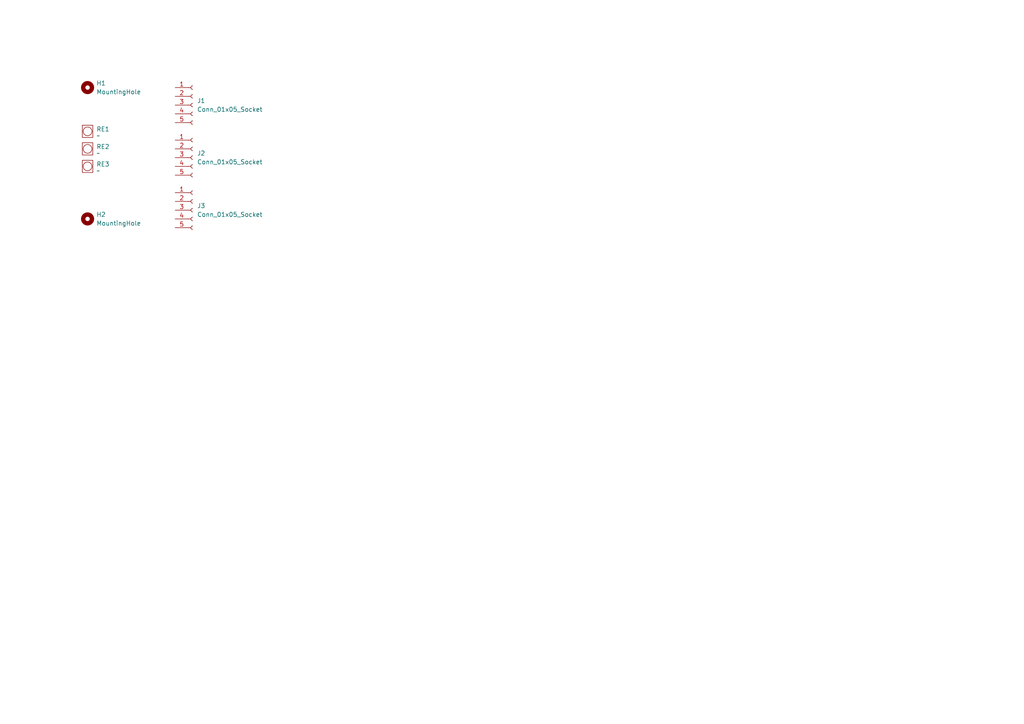
<source format=kicad_sch>
(kicad_sch (version 20231120) (generator "eeschema") (generator_version "8.0")
  (paper "A4")
  (lib_symbols
    (symbol "Connector:Conn_01x05_Socket" (pin_names (offset 1.016) hide)
      (property "Reference" "J" (at 0 7.62 0))
      (property "Value" "Conn_01x05_Socket" (at 0 -7.62 0))
      (symbol "Conn_01x05_Socket_1_1"
        (arc (start 0 -4.572) (mid -0.5058 -5.08) (end 0 -5.588) (stroke (width 0.1524)))
        (arc (start 0 -2.032) (mid -0.5058 -2.54) (end 0 -3.048) (stroke (width 0.1524)))
        (polyline (pts (xy -1.27 -5.08) (xy -0.508 -5.08)) (stroke (width 0.1524)))
        (polyline (pts (xy -1.27 -2.54) (xy -0.508 -2.54)) (stroke (width 0.1524)))
        (polyline (pts (xy -1.27 0) (xy -0.508 0)) (stroke (width 0.1524)))
        (polyline (pts (xy -1.27 2.54) (xy -0.508 2.54)) (stroke (width 0.1524)))
        (polyline (pts (xy -1.27 5.08) (xy -0.508 5.08)) (stroke (width 0.1524)))
        (arc (start 0 0.508) (mid -0.5058 0) (end 0 -0.508) (stroke (width 0.1524)))
        (arc (start 0 3.048) (mid -0.5058 2.54) (end 0 2.032) (stroke (width 0.1524)))
        (arc (start 0 5.588) (mid -0.5058 5.08) (end 0 4.572) (stroke (width 0.1524)))
        (pin passive line (at -5.08 5.08 0) (length 3.81) (name "Pin_1") (number "1"))
        (pin passive line (at -5.08 2.54 0) (length 3.81) (name "Pin_2") (number "2"))
        (pin passive line (at -5.08 0 0) (length 3.81) (name "Pin_3") (number "3"))
        (pin passive line (at -5.08 -2.54 0) (length 3.81) (name "Pin_4") (number "4"))
        (pin passive line (at -5.08 -5.08 0) (length 3.81) (name "Pin_5") (number "5"))
      )
    )
    (symbol "EXC:Rotary_Encoder_Mount_M7"
      (property "Reference" "RE" (at 0 2.794 0))
      (symbol "Rotary_Encoder_Mount_M7_0_1"
        (rectangle (start -1.524 1.778) (end 1.524 -1.778))
        (circle (center 0 0) (radius 1.27))
      )
    )
    (symbol "Mechanical:MountingHole" (pin_names (offset 1.016)) (exclude_from_sim yes) (in_bom no)
      (property "Reference" "H" (at 0 5.08 0))
      (property "Value" "MountingHole" (at 0 3.175 0))
      (symbol "MountingHole_0_1"
        (circle (center 0 0) (radius 1.27) (stroke (width 1.27)))
      )
    )
  )
  (symbol (lib_id "Connector:Conn_01x05_Socket") (at 55.88 45.72 0) (unit 1)
    (property "Reference" "J2" (at 57.15 44.4499 0) (effects (justify left)))
    (property "Value" "Conn_01x05_Socket" (at 57.15 46.9899 0) (effects (justify left)))
    (property "Footprint" "Connector_PinSocket_2.54mm:PinSocket_1x05_P2.54mm_Vertical" (effects (hide yes)))
    (property "Description" "Generic connector, single row, 01x05, script generated" (effects (hide yes)))
  )
  (symbol (lib_id "Mechanical:MountingHole") (at 25.4 63.5 0) (unit 1) (exclude_from_sim yes) (in_bom no)
    (property "Reference" "H2" (at 27.94 62.2299 0) (effects (justify left)))
    (property "Value" "MountingHole" (at 27.94 64.7699 0) (effects (justify left)))
    (property "Footprint" "MountingHole:MountingHole_3.2mm_M3" (effects (hide yes)))
    (property "Description" "Mounting Hole without connection" (effects (hide yes)))
  )
  (symbol (lib_id "Mechanical:MountingHole") (at 25.4 25.4 0) (unit 1) (exclude_from_sim yes) (in_bom no)
    (property "Reference" "H1" (at 27.94 24.1299 0) (effects (justify left)))
    (property "Value" "MountingHole" (at 27.94 26.6699 0) (effects (justify left)))
    (property "Footprint" "MountingHole:MountingHole_3.2mm_M3" (effects (hide yes)))
    (property "Description" "Mounting Hole without connection" (effects (hide yes)))
  )
  (symbol (lib_id "Connector:Conn_01x05_Socket") (at 55.88 60.96 0) (unit 1)
    (property "Reference" "J3" (at 57.15 59.6899 0) (effects (justify left)))
    (property "Value" "Conn_01x05_Socket" (at 57.15 62.2299 0) (effects (justify left)))
    (property "Footprint" "Connector_PinSocket_2.54mm:PinSocket_1x05_P2.54mm_Vertical" (effects (hide yes)))
    (property "Description" "Generic connector, single row, 01x05, script generated" (effects (hide yes)))
  )
  (symbol (lib_id "EXC:Rotary_Encoder_Mount_M7") (at 25.4 43.18 0) (unit 1)
    (property "Reference" "RE2" (at 27.94 42.5449 0) (effects (justify left)))
    (property "Value" "~" (at 27.94 44.45 0) (effects (justify left)))
    (property "Footprint" "EXC:Rotary_Encoder_Mount_M7" (effects (hide yes)))
  )
  (symbol (lib_id "EXC:Rotary_Encoder_Mount_M7") (at 25.4 48.26 0) (unit 1)
    (property "Reference" "RE3" (at 27.94 47.6249 0) (effects (justify left)))
    (property "Value" "~" (at 27.94 49.53 0) (effects (justify left)))
    (property "Footprint" "EXC:Rotary_Encoder_Mount_M7" (effects (hide yes)))
  )
  (symbol (lib_id "EXC:Rotary_Encoder_Mount_M7") (at 25.4 38.1 0) (unit 1)
    (property "Reference" "RE1" (at 27.94 37.4649 0) (effects (justify left)))
    (property "Value" "~" (at 27.94 39.37 0) (effects (justify left)))
    (property "Footprint" "EXC:Rotary_Encoder_Mount_M7" (effects (hide yes)))
  )
  (symbol (lib_id "Connector:Conn_01x05_Socket") (at 55.88 30.48 0) (unit 1)
    (property "Reference" "J1" (at 57.15 29.2099 0) (effects (justify left)))
    (property "Value" "Conn_01x05_Socket" (at 57.15 31.7499 0) (effects (justify left)))
    (property "Footprint" "Connector_PinSocket_2.54mm:PinSocket_1x05_P2.54mm_Vertical" (effects (hide yes)))
    (property "Description" "Generic connector, single row, 01x05, script generated" (effects (hide yes)))
  )
)
</source>
